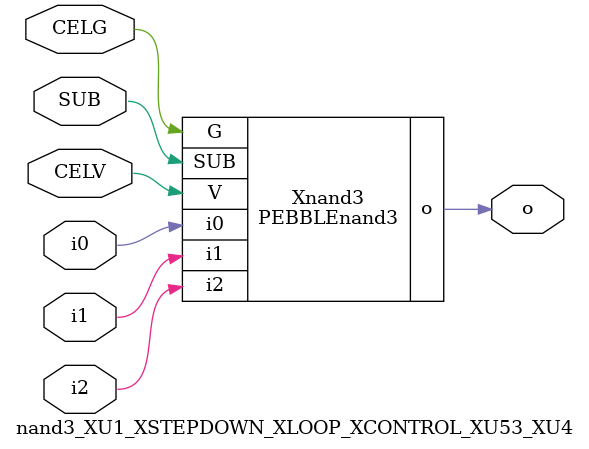
<source format=v>



module PEBBLEnand3 ( o, G, SUB, V, i0, i1, i2 );

  input i0;
  input V;
  input i2;
  input i1;
  input G;
  output o;
  input SUB;
endmodule

//Celera Confidential Do Not Copy nand3_XU1_XSTEPDOWN_XLOOP_XCONTROL_XU53_XU4
//Celera Confidential Symbol Generator
//5V Inverter
module nand3_XU1_XSTEPDOWN_XLOOP_XCONTROL_XU53_XU4 (CELV,CELG,i0,i1,i2,o,SUB);
input CELV;
input CELG;
input i0;
input i1;
input i2;
input SUB;
output o;

//Celera Confidential Do Not Copy nand3
PEBBLEnand3 Xnand3(
.V (CELV),
.i0 (i0),
.i1 (i1),
.i2 (i2),
.o (o),
.SUB (SUB),
.G (CELG)
);
//,diesize,PEBBLEnand3

//Celera Confidential Do Not Copy Module End
//Celera Schematic Generator
endmodule

</source>
